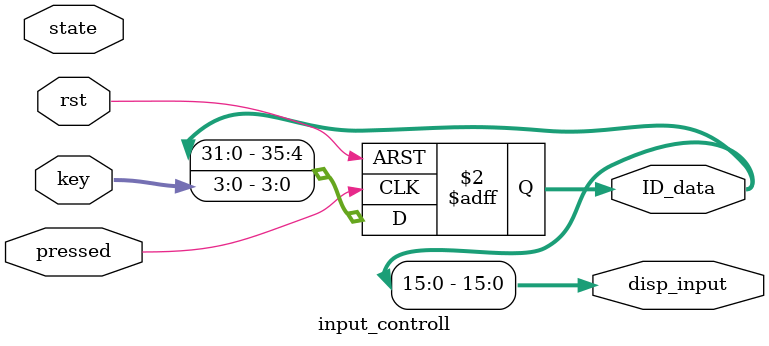
<source format=v>
`timescale 1ns / 1ps
module input_controll(
	rst,
	key,
	pressed,
	state,
	ID_data,
	disp_input
);

	input rst;
	input [3:0] key;
	input pressed;
	input state;
	output reg [35:0] ID_data;
	output [15:0] disp_input;

	always @(posedge pressed or posedge rst) begin
		if (rst) begin
			ID_data <= 36'd0;
		end
		else if (pressed)
		begin
			ID_data[35:32] <= ID_data[31:28];
			ID_data[31:28] <= ID_data[27:24];
			ID_data[27:24] <= ID_data[23:20];
			ID_data[23:20] <= ID_data[19:16];
			ID_data[19:16] <= ID_data[15:12];
			ID_data[15:12] <= ID_data[11:8];
			ID_data[11:8] <= ID_data[7:4];
			ID_data[7:4] <= ID_data[3:0];
			ID_data[3:0] <= key;
		end
		else
		begin
			ID_data <= ID_data;
		end
	end

	assign disp_input = ID_data[15:0];


endmodule

</source>
